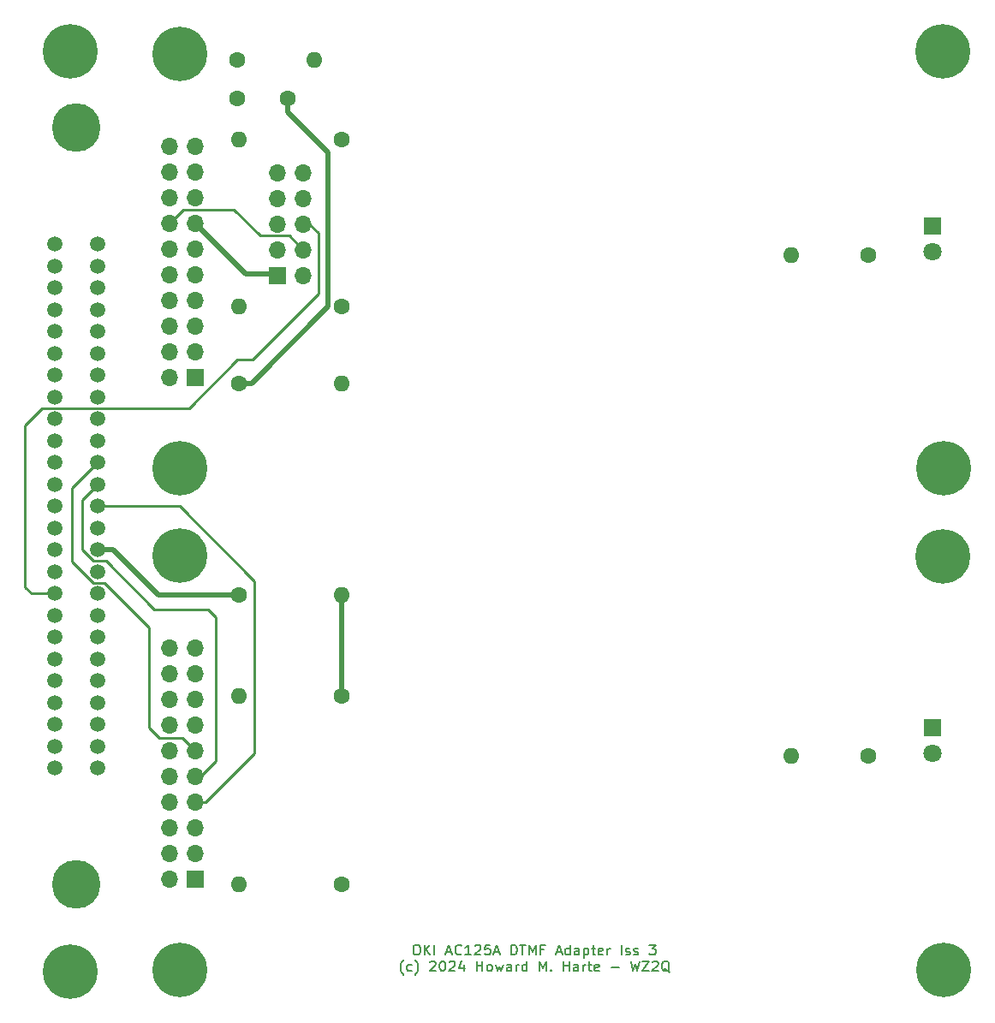
<source format=gbr>
G04 #@! TF.GenerationSoftware,KiCad,Pcbnew,8.0.1*
G04 #@! TF.CreationDate,2024-04-13T23:21:52-07:00*
G04 #@! TF.ProjectId,ac125a_dtmf,61633132-3561-45f6-9474-6d662e6b6963,3*
G04 #@! TF.SameCoordinates,Original*
G04 #@! TF.FileFunction,Copper,L1,Top*
G04 #@! TF.FilePolarity,Positive*
%FSLAX46Y46*%
G04 Gerber Fmt 4.6, Leading zero omitted, Abs format (unit mm)*
G04 Created by KiCad (PCBNEW 8.0.1) date 2024-04-13 23:21:52*
%MOMM*%
%LPD*%
G01*
G04 APERTURE LIST*
%ADD10C,0.150000*%
G04 #@! TA.AperFunction,NonConductor*
%ADD11C,0.150000*%
G04 #@! TD*
G04 #@! TA.AperFunction,ComponentPad*
%ADD12C,1.500000*%
G04 #@! TD*
G04 #@! TA.AperFunction,ComponentPad*
%ADD13C,4.800000*%
G04 #@! TD*
G04 #@! TA.AperFunction,ComponentPad*
%ADD14R,1.700000X1.700000*%
G04 #@! TD*
G04 #@! TA.AperFunction,ComponentPad*
%ADD15O,1.700000X1.700000*%
G04 #@! TD*
G04 #@! TA.AperFunction,ComponentPad*
%ADD16C,5.400000*%
G04 #@! TD*
G04 #@! TA.AperFunction,ComponentPad*
%ADD17C,1.600000*%
G04 #@! TD*
G04 #@! TA.AperFunction,ComponentPad*
%ADD18O,1.600000X1.600000*%
G04 #@! TD*
G04 #@! TA.AperFunction,ComponentPad*
%ADD19R,1.800000X1.800000*%
G04 #@! TD*
G04 #@! TA.AperFunction,ComponentPad*
%ADD20C,1.800000*%
G04 #@! TD*
G04 #@! TA.AperFunction,Conductor*
%ADD21C,0.500000*%
G04 #@! TD*
G04 #@! TA.AperFunction,Conductor*
%ADD22C,0.250000*%
G04 #@! TD*
G04 APERTURE END LIST*
D10*
D11*
X77161903Y-119045847D02*
X77352379Y-119045847D01*
X77352379Y-119045847D02*
X77447617Y-119093466D01*
X77447617Y-119093466D02*
X77542855Y-119188704D01*
X77542855Y-119188704D02*
X77590474Y-119379180D01*
X77590474Y-119379180D02*
X77590474Y-119712513D01*
X77590474Y-119712513D02*
X77542855Y-119902989D01*
X77542855Y-119902989D02*
X77447617Y-119998228D01*
X77447617Y-119998228D02*
X77352379Y-120045847D01*
X77352379Y-120045847D02*
X77161903Y-120045847D01*
X77161903Y-120045847D02*
X77066665Y-119998228D01*
X77066665Y-119998228D02*
X76971427Y-119902989D01*
X76971427Y-119902989D02*
X76923808Y-119712513D01*
X76923808Y-119712513D02*
X76923808Y-119379180D01*
X76923808Y-119379180D02*
X76971427Y-119188704D01*
X76971427Y-119188704D02*
X77066665Y-119093466D01*
X77066665Y-119093466D02*
X77161903Y-119045847D01*
X78019046Y-120045847D02*
X78019046Y-119045847D01*
X78590474Y-120045847D02*
X78161903Y-119474418D01*
X78590474Y-119045847D02*
X78019046Y-119617275D01*
X79019046Y-120045847D02*
X79019046Y-119045847D01*
X80209522Y-119760132D02*
X80685712Y-119760132D01*
X80114284Y-120045847D02*
X80447617Y-119045847D01*
X80447617Y-119045847D02*
X80780950Y-120045847D01*
X81685712Y-119950608D02*
X81638093Y-119998228D01*
X81638093Y-119998228D02*
X81495236Y-120045847D01*
X81495236Y-120045847D02*
X81399998Y-120045847D01*
X81399998Y-120045847D02*
X81257141Y-119998228D01*
X81257141Y-119998228D02*
X81161903Y-119902989D01*
X81161903Y-119902989D02*
X81114284Y-119807751D01*
X81114284Y-119807751D02*
X81066665Y-119617275D01*
X81066665Y-119617275D02*
X81066665Y-119474418D01*
X81066665Y-119474418D02*
X81114284Y-119283942D01*
X81114284Y-119283942D02*
X81161903Y-119188704D01*
X81161903Y-119188704D02*
X81257141Y-119093466D01*
X81257141Y-119093466D02*
X81399998Y-119045847D01*
X81399998Y-119045847D02*
X81495236Y-119045847D01*
X81495236Y-119045847D02*
X81638093Y-119093466D01*
X81638093Y-119093466D02*
X81685712Y-119141085D01*
X82638093Y-120045847D02*
X82066665Y-120045847D01*
X82352379Y-120045847D02*
X82352379Y-119045847D01*
X82352379Y-119045847D02*
X82257141Y-119188704D01*
X82257141Y-119188704D02*
X82161903Y-119283942D01*
X82161903Y-119283942D02*
X82066665Y-119331561D01*
X83019046Y-119141085D02*
X83066665Y-119093466D01*
X83066665Y-119093466D02*
X83161903Y-119045847D01*
X83161903Y-119045847D02*
X83399998Y-119045847D01*
X83399998Y-119045847D02*
X83495236Y-119093466D01*
X83495236Y-119093466D02*
X83542855Y-119141085D01*
X83542855Y-119141085D02*
X83590474Y-119236323D01*
X83590474Y-119236323D02*
X83590474Y-119331561D01*
X83590474Y-119331561D02*
X83542855Y-119474418D01*
X83542855Y-119474418D02*
X82971427Y-120045847D01*
X82971427Y-120045847D02*
X83590474Y-120045847D01*
X84495236Y-119045847D02*
X84019046Y-119045847D01*
X84019046Y-119045847D02*
X83971427Y-119522037D01*
X83971427Y-119522037D02*
X84019046Y-119474418D01*
X84019046Y-119474418D02*
X84114284Y-119426799D01*
X84114284Y-119426799D02*
X84352379Y-119426799D01*
X84352379Y-119426799D02*
X84447617Y-119474418D01*
X84447617Y-119474418D02*
X84495236Y-119522037D01*
X84495236Y-119522037D02*
X84542855Y-119617275D01*
X84542855Y-119617275D02*
X84542855Y-119855370D01*
X84542855Y-119855370D02*
X84495236Y-119950608D01*
X84495236Y-119950608D02*
X84447617Y-119998228D01*
X84447617Y-119998228D02*
X84352379Y-120045847D01*
X84352379Y-120045847D02*
X84114284Y-120045847D01*
X84114284Y-120045847D02*
X84019046Y-119998228D01*
X84019046Y-119998228D02*
X83971427Y-119950608D01*
X84923808Y-119760132D02*
X85399998Y-119760132D01*
X84828570Y-120045847D02*
X85161903Y-119045847D01*
X85161903Y-119045847D02*
X85495236Y-120045847D01*
X86590475Y-120045847D02*
X86590475Y-119045847D01*
X86590475Y-119045847D02*
X86828570Y-119045847D01*
X86828570Y-119045847D02*
X86971427Y-119093466D01*
X86971427Y-119093466D02*
X87066665Y-119188704D01*
X87066665Y-119188704D02*
X87114284Y-119283942D01*
X87114284Y-119283942D02*
X87161903Y-119474418D01*
X87161903Y-119474418D02*
X87161903Y-119617275D01*
X87161903Y-119617275D02*
X87114284Y-119807751D01*
X87114284Y-119807751D02*
X87066665Y-119902989D01*
X87066665Y-119902989D02*
X86971427Y-119998228D01*
X86971427Y-119998228D02*
X86828570Y-120045847D01*
X86828570Y-120045847D02*
X86590475Y-120045847D01*
X87447618Y-119045847D02*
X88019046Y-119045847D01*
X87733332Y-120045847D02*
X87733332Y-119045847D01*
X88352380Y-120045847D02*
X88352380Y-119045847D01*
X88352380Y-119045847D02*
X88685713Y-119760132D01*
X88685713Y-119760132D02*
X89019046Y-119045847D01*
X89019046Y-119045847D02*
X89019046Y-120045847D01*
X89828570Y-119522037D02*
X89495237Y-119522037D01*
X89495237Y-120045847D02*
X89495237Y-119045847D01*
X89495237Y-119045847D02*
X89971427Y-119045847D01*
X91066666Y-119760132D02*
X91542856Y-119760132D01*
X90971428Y-120045847D02*
X91304761Y-119045847D01*
X91304761Y-119045847D02*
X91638094Y-120045847D01*
X92399999Y-120045847D02*
X92399999Y-119045847D01*
X92399999Y-119998228D02*
X92304761Y-120045847D01*
X92304761Y-120045847D02*
X92114285Y-120045847D01*
X92114285Y-120045847D02*
X92019047Y-119998228D01*
X92019047Y-119998228D02*
X91971428Y-119950608D01*
X91971428Y-119950608D02*
X91923809Y-119855370D01*
X91923809Y-119855370D02*
X91923809Y-119569656D01*
X91923809Y-119569656D02*
X91971428Y-119474418D01*
X91971428Y-119474418D02*
X92019047Y-119426799D01*
X92019047Y-119426799D02*
X92114285Y-119379180D01*
X92114285Y-119379180D02*
X92304761Y-119379180D01*
X92304761Y-119379180D02*
X92399999Y-119426799D01*
X93304761Y-120045847D02*
X93304761Y-119522037D01*
X93304761Y-119522037D02*
X93257142Y-119426799D01*
X93257142Y-119426799D02*
X93161904Y-119379180D01*
X93161904Y-119379180D02*
X92971428Y-119379180D01*
X92971428Y-119379180D02*
X92876190Y-119426799D01*
X93304761Y-119998228D02*
X93209523Y-120045847D01*
X93209523Y-120045847D02*
X92971428Y-120045847D01*
X92971428Y-120045847D02*
X92876190Y-119998228D01*
X92876190Y-119998228D02*
X92828571Y-119902989D01*
X92828571Y-119902989D02*
X92828571Y-119807751D01*
X92828571Y-119807751D02*
X92876190Y-119712513D01*
X92876190Y-119712513D02*
X92971428Y-119664894D01*
X92971428Y-119664894D02*
X93209523Y-119664894D01*
X93209523Y-119664894D02*
X93304761Y-119617275D01*
X93780952Y-119379180D02*
X93780952Y-120379180D01*
X93780952Y-119426799D02*
X93876190Y-119379180D01*
X93876190Y-119379180D02*
X94066666Y-119379180D01*
X94066666Y-119379180D02*
X94161904Y-119426799D01*
X94161904Y-119426799D02*
X94209523Y-119474418D01*
X94209523Y-119474418D02*
X94257142Y-119569656D01*
X94257142Y-119569656D02*
X94257142Y-119855370D01*
X94257142Y-119855370D02*
X94209523Y-119950608D01*
X94209523Y-119950608D02*
X94161904Y-119998228D01*
X94161904Y-119998228D02*
X94066666Y-120045847D01*
X94066666Y-120045847D02*
X93876190Y-120045847D01*
X93876190Y-120045847D02*
X93780952Y-119998228D01*
X94542857Y-119379180D02*
X94923809Y-119379180D01*
X94685714Y-119045847D02*
X94685714Y-119902989D01*
X94685714Y-119902989D02*
X94733333Y-119998228D01*
X94733333Y-119998228D02*
X94828571Y-120045847D01*
X94828571Y-120045847D02*
X94923809Y-120045847D01*
X95638095Y-119998228D02*
X95542857Y-120045847D01*
X95542857Y-120045847D02*
X95352381Y-120045847D01*
X95352381Y-120045847D02*
X95257143Y-119998228D01*
X95257143Y-119998228D02*
X95209524Y-119902989D01*
X95209524Y-119902989D02*
X95209524Y-119522037D01*
X95209524Y-119522037D02*
X95257143Y-119426799D01*
X95257143Y-119426799D02*
X95352381Y-119379180D01*
X95352381Y-119379180D02*
X95542857Y-119379180D01*
X95542857Y-119379180D02*
X95638095Y-119426799D01*
X95638095Y-119426799D02*
X95685714Y-119522037D01*
X95685714Y-119522037D02*
X95685714Y-119617275D01*
X95685714Y-119617275D02*
X95209524Y-119712513D01*
X96114286Y-120045847D02*
X96114286Y-119379180D01*
X96114286Y-119569656D02*
X96161905Y-119474418D01*
X96161905Y-119474418D02*
X96209524Y-119426799D01*
X96209524Y-119426799D02*
X96304762Y-119379180D01*
X96304762Y-119379180D02*
X96400000Y-119379180D01*
X97495239Y-120045847D02*
X97495239Y-119045847D01*
X97923810Y-119998228D02*
X98019048Y-120045847D01*
X98019048Y-120045847D02*
X98209524Y-120045847D01*
X98209524Y-120045847D02*
X98304762Y-119998228D01*
X98304762Y-119998228D02*
X98352381Y-119902989D01*
X98352381Y-119902989D02*
X98352381Y-119855370D01*
X98352381Y-119855370D02*
X98304762Y-119760132D01*
X98304762Y-119760132D02*
X98209524Y-119712513D01*
X98209524Y-119712513D02*
X98066667Y-119712513D01*
X98066667Y-119712513D02*
X97971429Y-119664894D01*
X97971429Y-119664894D02*
X97923810Y-119569656D01*
X97923810Y-119569656D02*
X97923810Y-119522037D01*
X97923810Y-119522037D02*
X97971429Y-119426799D01*
X97971429Y-119426799D02*
X98066667Y-119379180D01*
X98066667Y-119379180D02*
X98209524Y-119379180D01*
X98209524Y-119379180D02*
X98304762Y-119426799D01*
X98733334Y-119998228D02*
X98828572Y-120045847D01*
X98828572Y-120045847D02*
X99019048Y-120045847D01*
X99019048Y-120045847D02*
X99114286Y-119998228D01*
X99114286Y-119998228D02*
X99161905Y-119902989D01*
X99161905Y-119902989D02*
X99161905Y-119855370D01*
X99161905Y-119855370D02*
X99114286Y-119760132D01*
X99114286Y-119760132D02*
X99019048Y-119712513D01*
X99019048Y-119712513D02*
X98876191Y-119712513D01*
X98876191Y-119712513D02*
X98780953Y-119664894D01*
X98780953Y-119664894D02*
X98733334Y-119569656D01*
X98733334Y-119569656D02*
X98733334Y-119522037D01*
X98733334Y-119522037D02*
X98780953Y-119426799D01*
X98780953Y-119426799D02*
X98876191Y-119379180D01*
X98876191Y-119379180D02*
X99019048Y-119379180D01*
X99019048Y-119379180D02*
X99114286Y-119426799D01*
X100257144Y-119045847D02*
X100876191Y-119045847D01*
X100876191Y-119045847D02*
X100542858Y-119426799D01*
X100542858Y-119426799D02*
X100685715Y-119426799D01*
X100685715Y-119426799D02*
X100780953Y-119474418D01*
X100780953Y-119474418D02*
X100828572Y-119522037D01*
X100828572Y-119522037D02*
X100876191Y-119617275D01*
X100876191Y-119617275D02*
X100876191Y-119855370D01*
X100876191Y-119855370D02*
X100828572Y-119950608D01*
X100828572Y-119950608D02*
X100780953Y-119998228D01*
X100780953Y-119998228D02*
X100685715Y-120045847D01*
X100685715Y-120045847D02*
X100400001Y-120045847D01*
X100400001Y-120045847D02*
X100304763Y-119998228D01*
X100304763Y-119998228D02*
X100257144Y-119950608D01*
X75947617Y-122036743D02*
X75899998Y-121989124D01*
X75899998Y-121989124D02*
X75804760Y-121846267D01*
X75804760Y-121846267D02*
X75757141Y-121751029D01*
X75757141Y-121751029D02*
X75709522Y-121608172D01*
X75709522Y-121608172D02*
X75661903Y-121370076D01*
X75661903Y-121370076D02*
X75661903Y-121179600D01*
X75661903Y-121179600D02*
X75709522Y-120941505D01*
X75709522Y-120941505D02*
X75757141Y-120798648D01*
X75757141Y-120798648D02*
X75804760Y-120703410D01*
X75804760Y-120703410D02*
X75899998Y-120560552D01*
X75899998Y-120560552D02*
X75947617Y-120512933D01*
X76757141Y-121608172D02*
X76661903Y-121655791D01*
X76661903Y-121655791D02*
X76471427Y-121655791D01*
X76471427Y-121655791D02*
X76376189Y-121608172D01*
X76376189Y-121608172D02*
X76328570Y-121560552D01*
X76328570Y-121560552D02*
X76280951Y-121465314D01*
X76280951Y-121465314D02*
X76280951Y-121179600D01*
X76280951Y-121179600D02*
X76328570Y-121084362D01*
X76328570Y-121084362D02*
X76376189Y-121036743D01*
X76376189Y-121036743D02*
X76471427Y-120989124D01*
X76471427Y-120989124D02*
X76661903Y-120989124D01*
X76661903Y-120989124D02*
X76757141Y-121036743D01*
X77090475Y-122036743D02*
X77138094Y-121989124D01*
X77138094Y-121989124D02*
X77233332Y-121846267D01*
X77233332Y-121846267D02*
X77280951Y-121751029D01*
X77280951Y-121751029D02*
X77328570Y-121608172D01*
X77328570Y-121608172D02*
X77376189Y-121370076D01*
X77376189Y-121370076D02*
X77376189Y-121179600D01*
X77376189Y-121179600D02*
X77328570Y-120941505D01*
X77328570Y-120941505D02*
X77280951Y-120798648D01*
X77280951Y-120798648D02*
X77233332Y-120703410D01*
X77233332Y-120703410D02*
X77138094Y-120560552D01*
X77138094Y-120560552D02*
X77090475Y-120512933D01*
X78566666Y-120751029D02*
X78614285Y-120703410D01*
X78614285Y-120703410D02*
X78709523Y-120655791D01*
X78709523Y-120655791D02*
X78947618Y-120655791D01*
X78947618Y-120655791D02*
X79042856Y-120703410D01*
X79042856Y-120703410D02*
X79090475Y-120751029D01*
X79090475Y-120751029D02*
X79138094Y-120846267D01*
X79138094Y-120846267D02*
X79138094Y-120941505D01*
X79138094Y-120941505D02*
X79090475Y-121084362D01*
X79090475Y-121084362D02*
X78519047Y-121655791D01*
X78519047Y-121655791D02*
X79138094Y-121655791D01*
X79757142Y-120655791D02*
X79852380Y-120655791D01*
X79852380Y-120655791D02*
X79947618Y-120703410D01*
X79947618Y-120703410D02*
X79995237Y-120751029D01*
X79995237Y-120751029D02*
X80042856Y-120846267D01*
X80042856Y-120846267D02*
X80090475Y-121036743D01*
X80090475Y-121036743D02*
X80090475Y-121274838D01*
X80090475Y-121274838D02*
X80042856Y-121465314D01*
X80042856Y-121465314D02*
X79995237Y-121560552D01*
X79995237Y-121560552D02*
X79947618Y-121608172D01*
X79947618Y-121608172D02*
X79852380Y-121655791D01*
X79852380Y-121655791D02*
X79757142Y-121655791D01*
X79757142Y-121655791D02*
X79661904Y-121608172D01*
X79661904Y-121608172D02*
X79614285Y-121560552D01*
X79614285Y-121560552D02*
X79566666Y-121465314D01*
X79566666Y-121465314D02*
X79519047Y-121274838D01*
X79519047Y-121274838D02*
X79519047Y-121036743D01*
X79519047Y-121036743D02*
X79566666Y-120846267D01*
X79566666Y-120846267D02*
X79614285Y-120751029D01*
X79614285Y-120751029D02*
X79661904Y-120703410D01*
X79661904Y-120703410D02*
X79757142Y-120655791D01*
X80471428Y-120751029D02*
X80519047Y-120703410D01*
X80519047Y-120703410D02*
X80614285Y-120655791D01*
X80614285Y-120655791D02*
X80852380Y-120655791D01*
X80852380Y-120655791D02*
X80947618Y-120703410D01*
X80947618Y-120703410D02*
X80995237Y-120751029D01*
X80995237Y-120751029D02*
X81042856Y-120846267D01*
X81042856Y-120846267D02*
X81042856Y-120941505D01*
X81042856Y-120941505D02*
X80995237Y-121084362D01*
X80995237Y-121084362D02*
X80423809Y-121655791D01*
X80423809Y-121655791D02*
X81042856Y-121655791D01*
X81899999Y-120989124D02*
X81899999Y-121655791D01*
X81661904Y-120608172D02*
X81423809Y-121322457D01*
X81423809Y-121322457D02*
X82042856Y-121322457D01*
X83185714Y-121655791D02*
X83185714Y-120655791D01*
X83185714Y-121131981D02*
X83757142Y-121131981D01*
X83757142Y-121655791D02*
X83757142Y-120655791D01*
X84376190Y-121655791D02*
X84280952Y-121608172D01*
X84280952Y-121608172D02*
X84233333Y-121560552D01*
X84233333Y-121560552D02*
X84185714Y-121465314D01*
X84185714Y-121465314D02*
X84185714Y-121179600D01*
X84185714Y-121179600D02*
X84233333Y-121084362D01*
X84233333Y-121084362D02*
X84280952Y-121036743D01*
X84280952Y-121036743D02*
X84376190Y-120989124D01*
X84376190Y-120989124D02*
X84519047Y-120989124D01*
X84519047Y-120989124D02*
X84614285Y-121036743D01*
X84614285Y-121036743D02*
X84661904Y-121084362D01*
X84661904Y-121084362D02*
X84709523Y-121179600D01*
X84709523Y-121179600D02*
X84709523Y-121465314D01*
X84709523Y-121465314D02*
X84661904Y-121560552D01*
X84661904Y-121560552D02*
X84614285Y-121608172D01*
X84614285Y-121608172D02*
X84519047Y-121655791D01*
X84519047Y-121655791D02*
X84376190Y-121655791D01*
X85042857Y-120989124D02*
X85233333Y-121655791D01*
X85233333Y-121655791D02*
X85423809Y-121179600D01*
X85423809Y-121179600D02*
X85614285Y-121655791D01*
X85614285Y-121655791D02*
X85804761Y-120989124D01*
X86614285Y-121655791D02*
X86614285Y-121131981D01*
X86614285Y-121131981D02*
X86566666Y-121036743D01*
X86566666Y-121036743D02*
X86471428Y-120989124D01*
X86471428Y-120989124D02*
X86280952Y-120989124D01*
X86280952Y-120989124D02*
X86185714Y-121036743D01*
X86614285Y-121608172D02*
X86519047Y-121655791D01*
X86519047Y-121655791D02*
X86280952Y-121655791D01*
X86280952Y-121655791D02*
X86185714Y-121608172D01*
X86185714Y-121608172D02*
X86138095Y-121512933D01*
X86138095Y-121512933D02*
X86138095Y-121417695D01*
X86138095Y-121417695D02*
X86185714Y-121322457D01*
X86185714Y-121322457D02*
X86280952Y-121274838D01*
X86280952Y-121274838D02*
X86519047Y-121274838D01*
X86519047Y-121274838D02*
X86614285Y-121227219D01*
X87090476Y-121655791D02*
X87090476Y-120989124D01*
X87090476Y-121179600D02*
X87138095Y-121084362D01*
X87138095Y-121084362D02*
X87185714Y-121036743D01*
X87185714Y-121036743D02*
X87280952Y-120989124D01*
X87280952Y-120989124D02*
X87376190Y-120989124D01*
X88138095Y-121655791D02*
X88138095Y-120655791D01*
X88138095Y-121608172D02*
X88042857Y-121655791D01*
X88042857Y-121655791D02*
X87852381Y-121655791D01*
X87852381Y-121655791D02*
X87757143Y-121608172D01*
X87757143Y-121608172D02*
X87709524Y-121560552D01*
X87709524Y-121560552D02*
X87661905Y-121465314D01*
X87661905Y-121465314D02*
X87661905Y-121179600D01*
X87661905Y-121179600D02*
X87709524Y-121084362D01*
X87709524Y-121084362D02*
X87757143Y-121036743D01*
X87757143Y-121036743D02*
X87852381Y-120989124D01*
X87852381Y-120989124D02*
X88042857Y-120989124D01*
X88042857Y-120989124D02*
X88138095Y-121036743D01*
X89376191Y-121655791D02*
X89376191Y-120655791D01*
X89376191Y-120655791D02*
X89709524Y-121370076D01*
X89709524Y-121370076D02*
X90042857Y-120655791D01*
X90042857Y-120655791D02*
X90042857Y-121655791D01*
X90519048Y-121560552D02*
X90566667Y-121608172D01*
X90566667Y-121608172D02*
X90519048Y-121655791D01*
X90519048Y-121655791D02*
X90471429Y-121608172D01*
X90471429Y-121608172D02*
X90519048Y-121560552D01*
X90519048Y-121560552D02*
X90519048Y-121655791D01*
X91757143Y-121655791D02*
X91757143Y-120655791D01*
X91757143Y-121131981D02*
X92328571Y-121131981D01*
X92328571Y-121655791D02*
X92328571Y-120655791D01*
X93233333Y-121655791D02*
X93233333Y-121131981D01*
X93233333Y-121131981D02*
X93185714Y-121036743D01*
X93185714Y-121036743D02*
X93090476Y-120989124D01*
X93090476Y-120989124D02*
X92900000Y-120989124D01*
X92900000Y-120989124D02*
X92804762Y-121036743D01*
X93233333Y-121608172D02*
X93138095Y-121655791D01*
X93138095Y-121655791D02*
X92900000Y-121655791D01*
X92900000Y-121655791D02*
X92804762Y-121608172D01*
X92804762Y-121608172D02*
X92757143Y-121512933D01*
X92757143Y-121512933D02*
X92757143Y-121417695D01*
X92757143Y-121417695D02*
X92804762Y-121322457D01*
X92804762Y-121322457D02*
X92900000Y-121274838D01*
X92900000Y-121274838D02*
X93138095Y-121274838D01*
X93138095Y-121274838D02*
X93233333Y-121227219D01*
X93709524Y-121655791D02*
X93709524Y-120989124D01*
X93709524Y-121179600D02*
X93757143Y-121084362D01*
X93757143Y-121084362D02*
X93804762Y-121036743D01*
X93804762Y-121036743D02*
X93900000Y-120989124D01*
X93900000Y-120989124D02*
X93995238Y-120989124D01*
X94185715Y-120989124D02*
X94566667Y-120989124D01*
X94328572Y-120655791D02*
X94328572Y-121512933D01*
X94328572Y-121512933D02*
X94376191Y-121608172D01*
X94376191Y-121608172D02*
X94471429Y-121655791D01*
X94471429Y-121655791D02*
X94566667Y-121655791D01*
X95280953Y-121608172D02*
X95185715Y-121655791D01*
X95185715Y-121655791D02*
X94995239Y-121655791D01*
X94995239Y-121655791D02*
X94900001Y-121608172D01*
X94900001Y-121608172D02*
X94852382Y-121512933D01*
X94852382Y-121512933D02*
X94852382Y-121131981D01*
X94852382Y-121131981D02*
X94900001Y-121036743D01*
X94900001Y-121036743D02*
X94995239Y-120989124D01*
X94995239Y-120989124D02*
X95185715Y-120989124D01*
X95185715Y-120989124D02*
X95280953Y-121036743D01*
X95280953Y-121036743D02*
X95328572Y-121131981D01*
X95328572Y-121131981D02*
X95328572Y-121227219D01*
X95328572Y-121227219D02*
X94852382Y-121322457D01*
X96519049Y-121274838D02*
X97280954Y-121274838D01*
X98423811Y-120655791D02*
X98661906Y-121655791D01*
X98661906Y-121655791D02*
X98852382Y-120941505D01*
X98852382Y-120941505D02*
X99042858Y-121655791D01*
X99042858Y-121655791D02*
X99280954Y-120655791D01*
X99566668Y-120655791D02*
X100233334Y-120655791D01*
X100233334Y-120655791D02*
X99566668Y-121655791D01*
X99566668Y-121655791D02*
X100233334Y-121655791D01*
X100566668Y-120751029D02*
X100614287Y-120703410D01*
X100614287Y-120703410D02*
X100709525Y-120655791D01*
X100709525Y-120655791D02*
X100947620Y-120655791D01*
X100947620Y-120655791D02*
X101042858Y-120703410D01*
X101042858Y-120703410D02*
X101090477Y-120751029D01*
X101090477Y-120751029D02*
X101138096Y-120846267D01*
X101138096Y-120846267D02*
X101138096Y-120941505D01*
X101138096Y-120941505D02*
X101090477Y-121084362D01*
X101090477Y-121084362D02*
X100519049Y-121655791D01*
X100519049Y-121655791D02*
X101138096Y-121655791D01*
X102233334Y-121751029D02*
X102138096Y-121703410D01*
X102138096Y-121703410D02*
X102042858Y-121608172D01*
X102042858Y-121608172D02*
X101900001Y-121465314D01*
X101900001Y-121465314D02*
X101804763Y-121417695D01*
X101804763Y-121417695D02*
X101709525Y-121417695D01*
X101757144Y-121655791D02*
X101661906Y-121608172D01*
X101661906Y-121608172D02*
X101566668Y-121512933D01*
X101566668Y-121512933D02*
X101519049Y-121322457D01*
X101519049Y-121322457D02*
X101519049Y-120989124D01*
X101519049Y-120989124D02*
X101566668Y-120798648D01*
X101566668Y-120798648D02*
X101661906Y-120703410D01*
X101661906Y-120703410D02*
X101757144Y-120655791D01*
X101757144Y-120655791D02*
X101947620Y-120655791D01*
X101947620Y-120655791D02*
X102042858Y-120703410D01*
X102042858Y-120703410D02*
X102138096Y-120798648D01*
X102138096Y-120798648D02*
X102185715Y-120989124D01*
X102185715Y-120989124D02*
X102185715Y-121322457D01*
X102185715Y-121322457D02*
X102138096Y-121512933D01*
X102138096Y-121512933D02*
X102042858Y-121608172D01*
X102042858Y-121608172D02*
X101947620Y-121655791D01*
X101947620Y-121655791D02*
X101757144Y-121655791D01*
D12*
X45720000Y-49750000D03*
X45720000Y-51910000D03*
X45720000Y-54070000D03*
X45720000Y-56230000D03*
X45720000Y-58390000D03*
X45720000Y-60550000D03*
X45720000Y-62710000D03*
X45720000Y-64870000D03*
X45720000Y-67030000D03*
X45720000Y-69190000D03*
X45720000Y-71350000D03*
X45720000Y-73510000D03*
X45720000Y-75670000D03*
X45720000Y-77830000D03*
X45720000Y-79990000D03*
X45720000Y-82150000D03*
X45720000Y-84310000D03*
X45720000Y-86470000D03*
X45720000Y-88630000D03*
X45720000Y-90790000D03*
X45720000Y-92950000D03*
X45720000Y-95110000D03*
X45720000Y-97270000D03*
X45720000Y-99430000D03*
X45720000Y-101590000D03*
X41430000Y-49750000D03*
X41430000Y-51910000D03*
X41430000Y-54070000D03*
X41430000Y-56230000D03*
X41430000Y-58390000D03*
X41430000Y-60550000D03*
X41430000Y-62710000D03*
X41430000Y-64870000D03*
X41430000Y-67030000D03*
X41430000Y-69190000D03*
X41430000Y-71350000D03*
X41430000Y-73510000D03*
X41430000Y-75670000D03*
X41430000Y-77830000D03*
X41430000Y-79990000D03*
X41430000Y-82150000D03*
X41430000Y-84310000D03*
X41430000Y-86470000D03*
X41430000Y-88630000D03*
X41430000Y-90790000D03*
X41430000Y-92950000D03*
X41430000Y-95110000D03*
X41430000Y-97270000D03*
X41430000Y-99430000D03*
X41430000Y-101590000D03*
D13*
X43575000Y-38245000D03*
X43575000Y-113095000D03*
D14*
X55388000Y-62920000D03*
D15*
X52848000Y-62920000D03*
X55388000Y-60380000D03*
X52848000Y-60380000D03*
X55388000Y-57840000D03*
X52848000Y-57840000D03*
X55388000Y-55300000D03*
X52848000Y-55300000D03*
X55388000Y-52760000D03*
X52848000Y-52760000D03*
X55388000Y-50220000D03*
X52848000Y-50220000D03*
X55388000Y-47680000D03*
X52848000Y-47680000D03*
X55388000Y-45140000D03*
X52848000Y-45140000D03*
X55388000Y-42600000D03*
X52848000Y-42600000D03*
X55388000Y-40060000D03*
X52848000Y-40060000D03*
D16*
X53848000Y-30920000D03*
X53848000Y-71920000D03*
X129388000Y-71920000D03*
D17*
X121920000Y-100330000D03*
D18*
X114300000Y-100330000D03*
D14*
X55388000Y-112518000D03*
D15*
X52848000Y-112518000D03*
X55388000Y-109978000D03*
X52848000Y-109978000D03*
X55388000Y-107438000D03*
X52848000Y-107438000D03*
X55388000Y-104898000D03*
X52848000Y-104898000D03*
X55388000Y-102358000D03*
X52848000Y-102358000D03*
X55388000Y-99818000D03*
X52848000Y-99818000D03*
X55388000Y-97278000D03*
X52848000Y-97278000D03*
X55388000Y-94738000D03*
X52848000Y-94738000D03*
X55388000Y-92198000D03*
X52848000Y-92198000D03*
X55388000Y-89658000D03*
X52848000Y-89658000D03*
D16*
X53848000Y-80518000D03*
X53848000Y-121518000D03*
X129388000Y-121518000D03*
D17*
X69850000Y-55880000D03*
D18*
X59690000Y-55880000D03*
D17*
X121920000Y-50800000D03*
D18*
X114300000Y-50800000D03*
D16*
X43020000Y-30670000D03*
D19*
X128270000Y-47980000D03*
D20*
X128270000Y-50520000D03*
D17*
X69850000Y-113030000D03*
D18*
X59690000Y-113030000D03*
D17*
X59690000Y-63500000D03*
D18*
X69850000Y-63500000D03*
D16*
X43020000Y-121670000D03*
D19*
X128270000Y-97575000D03*
D20*
X128270000Y-100115000D03*
D16*
X129270000Y-80670000D03*
D17*
X59516000Y-35306000D03*
X64516000Y-35306000D03*
X69850000Y-39370000D03*
D18*
X59690000Y-39370000D03*
D17*
X59690000Y-84455000D03*
D18*
X69850000Y-84455000D03*
D16*
X129270000Y-30670000D03*
D17*
X59516000Y-31556000D03*
D18*
X67136000Y-31556000D03*
D17*
X69850000Y-94420000D03*
D18*
X59690000Y-94420000D03*
D14*
X63480000Y-52830000D03*
D15*
X66020000Y-52830000D03*
X63480000Y-50290000D03*
X66020000Y-50290000D03*
X63480000Y-47750000D03*
X66020000Y-47750000D03*
X63480000Y-45210000D03*
X66020000Y-45210000D03*
X63480000Y-42670000D03*
X66020000Y-42670000D03*
D21*
X63320000Y-52670000D02*
X63480000Y-52830000D01*
X55388000Y-47680000D02*
X60378000Y-52670000D01*
X60378000Y-52670000D02*
X63320000Y-52670000D01*
D22*
X64658200Y-48928200D02*
X61790314Y-48928200D01*
X66020000Y-50290000D02*
X64658200Y-48928200D01*
X61790314Y-48928200D02*
X59180314Y-46318200D01*
X54209800Y-46318200D02*
X52848000Y-47680000D01*
X59180314Y-46318200D02*
X54209800Y-46318200D01*
X43180000Y-73890000D02*
X43180000Y-81134806D01*
X54052000Y-98552000D02*
X55470000Y-99970000D01*
X50800000Y-97536000D02*
X51816000Y-98552000D01*
X46398200Y-83228200D02*
X50800000Y-87630000D01*
X45720000Y-71350000D02*
X43180000Y-73890000D01*
X45273394Y-83228200D02*
X46398200Y-83228200D01*
X51816000Y-98552000D02*
X54052000Y-98552000D01*
X43180000Y-81134806D02*
X45273394Y-83228200D01*
X50800000Y-87630000D02*
X50800000Y-97536000D01*
X45273394Y-81068200D02*
X46524200Y-81068200D01*
X46524200Y-81068200D02*
X51308000Y-85852000D01*
X44196000Y-75034000D02*
X44196000Y-79990806D01*
X44196000Y-79990806D02*
X45273394Y-81068200D01*
X57404000Y-86614000D02*
X57404000Y-100844000D01*
X55890000Y-102358000D02*
X55388000Y-102358000D01*
X57404000Y-100844000D02*
X55890000Y-102358000D01*
X45720000Y-73510000D02*
X44196000Y-75034000D01*
X56642000Y-85852000D02*
X57404000Y-86614000D01*
X51308000Y-85852000D02*
X56642000Y-85852000D01*
X61214000Y-83058000D02*
X53826000Y-75670000D01*
X56392000Y-104898000D02*
X61214000Y-100076000D01*
X61214000Y-100076000D02*
X61214000Y-83058000D01*
X53826000Y-75670000D02*
X45720000Y-75670000D01*
X55388000Y-104898000D02*
X56392000Y-104898000D01*
X61020000Y-61170000D02*
X67520000Y-54670000D01*
X38520000Y-83670000D02*
X38520000Y-67670000D01*
X40241800Y-65948200D02*
X54741800Y-65948200D01*
X66600000Y-47750000D02*
X66020000Y-47750000D01*
X59520000Y-61170000D02*
X61020000Y-61170000D01*
X67520000Y-48670000D02*
X66600000Y-47750000D01*
X54741800Y-65948200D02*
X59520000Y-61170000D01*
X67520000Y-54670000D02*
X67520000Y-48670000D01*
X39160000Y-84310000D02*
X38520000Y-83670000D01*
X38520000Y-67670000D02*
X40241800Y-65948200D01*
X41430000Y-84310000D02*
X39160000Y-84310000D01*
D21*
X69850000Y-94170000D02*
X69850000Y-84455000D01*
X68520000Y-40670000D02*
X64516000Y-36666000D01*
X60960000Y-63500000D02*
X68520000Y-55940000D01*
X68520000Y-55940000D02*
X68520000Y-40670000D01*
X64516000Y-36666000D02*
X64516000Y-35306000D01*
X59690000Y-63500000D02*
X60960000Y-63500000D01*
X45720000Y-79990000D02*
X47224000Y-79990000D01*
X47224000Y-79990000D02*
X51689000Y-84455000D01*
X51689000Y-84455000D02*
X59690000Y-84455000D01*
M02*

</source>
